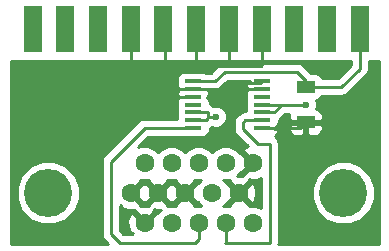
<source format=gbl>
G04 #@! TF.FileFunction,Copper,L2,Bot,Signal*
%FSLAX46Y46*%
G04 Gerber Fmt 4.6, Leading zero omitted, Abs format (unit mm)*
G04 Created by KiCad (PCBNEW 4.0.7) date 01/07/18 23:21:39*
%MOMM*%
%LPD*%
G01*
G04 APERTURE LIST*
%ADD10C,0.100000*%
%ADD11R,1.473200X0.355600*%
%ADD12R,1.600000X1.000000*%
%ADD13R,1.500000X4.000000*%
%ADD14C,4.064000*%
%ADD15C,1.600200*%
%ADD16C,0.600000*%
%ADD17C,0.250000*%
%ADD18C,0.254000*%
G04 APERTURE END LIST*
D10*
D11*
X154559000Y-89738200D03*
X154559000Y-90398600D03*
X154559000Y-91033600D03*
X154559000Y-91694000D03*
X154559000Y-92354400D03*
X154559000Y-92989400D03*
X154559000Y-93649800D03*
X148717000Y-93649800D03*
X148717000Y-92989400D03*
X148717000Y-92354400D03*
X148717000Y-91694000D03*
X148717000Y-91033600D03*
X148717000Y-90398600D03*
X148717000Y-89738200D03*
D12*
X158242000Y-90194000D03*
X158242000Y-93194000D03*
D13*
X135120000Y-85310000D03*
X137890000Y-85310000D03*
X140660000Y-85310000D03*
X143430000Y-85310000D03*
X146200000Y-85310000D03*
X148970000Y-85310000D03*
X151740000Y-85310000D03*
X154510000Y-85310000D03*
X157280000Y-85310000D03*
X160050000Y-85310000D03*
X162820000Y-85310000D03*
D14*
X136430660Y-99170000D03*
X161429340Y-99170000D03*
D15*
X153760000Y-101710000D03*
X152615000Y-99170000D03*
X151470000Y-101710000D03*
X149180000Y-101710000D03*
X146890000Y-101710000D03*
X144600000Y-101710000D03*
X150325000Y-99170000D03*
X148035000Y-99170000D03*
X145745000Y-99170000D03*
X143455000Y-99170000D03*
X153760000Y-96630000D03*
X151470000Y-96630000D03*
X149180000Y-96630000D03*
X146890000Y-96630000D03*
X144600000Y-96630000D03*
D16*
X141732000Y-92710000D03*
X157226000Y-99314000D03*
X150622000Y-92710000D03*
X158242000Y-91694000D03*
D17*
X148717000Y-89738200D02*
X150545800Y-89738200D01*
X158242000Y-89662000D02*
X158242000Y-90194000D01*
X157480000Y-88900000D02*
X158242000Y-89662000D01*
X151384000Y-88900000D02*
X157480000Y-88900000D01*
X150545800Y-89738200D02*
X151384000Y-88900000D01*
X162820000Y-85310000D02*
X162820000Y-88640000D01*
X161266000Y-90194000D02*
X158242000Y-90194000D01*
X162820000Y-88640000D02*
X161266000Y-90194000D01*
X154559000Y-93649800D02*
X157786200Y-93649800D01*
X157786200Y-93649800D02*
X158242000Y-93194000D01*
X154559000Y-90398600D02*
X153187400Y-90398600D01*
X152908000Y-89916000D02*
X152908000Y-89865200D01*
X152857200Y-89865200D02*
X152908000Y-89916000D01*
X152654000Y-89865200D02*
X152857200Y-89865200D01*
X153187400Y-90398600D02*
X152654000Y-89865200D01*
X146290000Y-90170000D02*
X146290000Y-92188000D01*
X145768000Y-92710000D02*
X141732000Y-92710000D01*
X146290000Y-92188000D02*
X145768000Y-92710000D01*
X151740000Y-85310000D02*
X151740000Y-88392000D01*
X151740000Y-88392000D02*
X151638000Y-88392000D01*
X148970000Y-85310000D02*
X148970000Y-88392000D01*
X148970000Y-88392000D02*
X148844000Y-88392000D01*
X146290000Y-88392000D02*
X148844000Y-88392000D01*
X148844000Y-88392000D02*
X151638000Y-88392000D01*
X151638000Y-88392000D02*
X154432000Y-88392000D01*
X154432000Y-88392000D02*
X154510000Y-88314000D01*
X154510000Y-88314000D02*
X154510000Y-85310000D01*
X148717000Y-90398600D02*
X150850600Y-90398600D01*
X150850600Y-90398600D02*
X151384000Y-89865200D01*
X151384000Y-89865200D02*
X151638000Y-89865200D01*
X151638000Y-89865200D02*
X152908000Y-89865200D01*
X152908000Y-89865200D02*
X154432000Y-89865200D01*
X154432000Y-89865200D02*
X154559000Y-89738200D01*
X158242000Y-98298000D02*
X158242000Y-93194000D01*
X157226000Y-99314000D02*
X158242000Y-98298000D01*
X146812000Y-90424000D02*
X146812000Y-90398600D01*
X146837400Y-90398600D02*
X146812000Y-90424000D01*
X147472400Y-91033600D02*
X146837400Y-90398600D01*
X148717000Y-91033600D02*
X147472400Y-91033600D01*
X146812000Y-90398600D02*
X146329400Y-90398600D01*
X148717000Y-90398600D02*
X146812000Y-90398600D01*
X146290000Y-90359200D02*
X146290000Y-90170000D01*
X146290000Y-90170000D02*
X146290000Y-88770000D01*
X146329400Y-90398600D02*
X146290000Y-90359200D01*
X148960000Y-85320000D02*
X148970000Y-85310000D01*
X146290000Y-88800000D02*
X146290000Y-88770000D01*
X146290000Y-88770000D02*
X146290000Y-88392000D01*
X146290000Y-88392000D02*
X146290000Y-85400000D01*
X146290000Y-85400000D02*
X146200000Y-85310000D01*
X143430000Y-88790000D02*
X143430000Y-85310000D01*
X143420000Y-88800000D02*
X143430000Y-88790000D01*
X146290000Y-88800000D02*
X143420000Y-88800000D01*
X149961600Y-92710000D02*
X150622000Y-92710000D01*
X149961600Y-92354400D02*
X149961600Y-92710000D01*
X149961600Y-92710000D02*
X149961600Y-92862400D01*
X149834600Y-92989400D02*
X148717000Y-92989400D01*
X149961600Y-92862400D02*
X149834600Y-92989400D01*
X148717000Y-92354400D02*
X149961600Y-92354400D01*
X154559000Y-92354400D02*
X155549600Y-92354400D01*
X155549600Y-92354400D02*
X156210000Y-91694000D01*
X154559000Y-91694000D02*
X156210000Y-91694000D01*
X156210000Y-91694000D02*
X158242000Y-91694000D01*
X154559000Y-92989400D02*
X153136600Y-92989400D01*
X151470000Y-103292000D02*
X151470000Y-101710000D01*
X151384000Y-103378000D02*
X151470000Y-103292000D01*
X155194000Y-103378000D02*
X151384000Y-103378000D01*
X155194000Y-94996000D02*
X155194000Y-103378000D01*
X154178000Y-94996000D02*
X155194000Y-94996000D01*
X152908000Y-93726000D02*
X154178000Y-94996000D01*
X152908000Y-93218000D02*
X152908000Y-93726000D01*
X153136600Y-92989400D02*
X152908000Y-93218000D01*
X149180000Y-101710000D02*
X149180000Y-103042000D01*
X144602200Y-93649800D02*
X148717000Y-93649800D01*
X141732000Y-96520000D02*
X144602200Y-93649800D01*
X141732000Y-102616000D02*
X141732000Y-96520000D01*
X142494000Y-103378000D02*
X141732000Y-102616000D01*
X148844000Y-103378000D02*
X142494000Y-103378000D01*
X149180000Y-103042000D02*
X148844000Y-103378000D01*
D18*
G36*
X164415000Y-103455000D02*
X155938684Y-103455000D01*
X155954000Y-103378000D01*
X155954000Y-99698172D01*
X158761878Y-99698172D01*
X159167049Y-100678761D01*
X159916633Y-101429655D01*
X160896513Y-101836536D01*
X161957512Y-101837462D01*
X162938101Y-101432291D01*
X163688995Y-100682707D01*
X164095876Y-99702827D01*
X164096802Y-98641828D01*
X163691631Y-97661239D01*
X162942047Y-96910345D01*
X161962167Y-96503464D01*
X160901168Y-96502538D01*
X159920579Y-96907709D01*
X159169685Y-97657293D01*
X158762804Y-98637173D01*
X158761878Y-99698172D01*
X155954000Y-99698172D01*
X155954000Y-94996000D01*
X155896148Y-94705161D01*
X155731401Y-94458599D01*
X155616660Y-94381932D01*
X155655298Y-94365927D01*
X155833927Y-94187299D01*
X155930600Y-93953910D01*
X155930600Y-93897450D01*
X155771850Y-93738700D01*
X155580121Y-93738700D01*
X155747041Y-93631290D01*
X155845371Y-93487379D01*
X155853000Y-93479750D01*
X156807000Y-93479750D01*
X156807000Y-93820309D01*
X156903673Y-94053698D01*
X157082301Y-94232327D01*
X157315690Y-94329000D01*
X157956250Y-94329000D01*
X158115000Y-94170250D01*
X158115000Y-93321000D01*
X158369000Y-93321000D01*
X158369000Y-94170250D01*
X158527750Y-94329000D01*
X159168310Y-94329000D01*
X159401699Y-94232327D01*
X159580327Y-94053698D01*
X159677000Y-93820309D01*
X159677000Y-93479750D01*
X159518250Y-93321000D01*
X158369000Y-93321000D01*
X158115000Y-93321000D01*
X156965750Y-93321000D01*
X156807000Y-93479750D01*
X155853000Y-93479750D01*
X155930600Y-93402150D01*
X155930600Y-93345690D01*
X155914679Y-93307253D01*
X155943040Y-93167200D01*
X155943040Y-92987992D01*
X156087001Y-92891801D01*
X156524802Y-92454000D01*
X156854092Y-92454000D01*
X156807000Y-92567691D01*
X156807000Y-92908250D01*
X156965750Y-93067000D01*
X158115000Y-93067000D01*
X158115000Y-93047000D01*
X158369000Y-93047000D01*
X158369000Y-93067000D01*
X159518250Y-93067000D01*
X159677000Y-92908250D01*
X159677000Y-92567691D01*
X159580327Y-92334302D01*
X159401699Y-92155673D01*
X159168310Y-92059000D01*
X159102842Y-92059000D01*
X159176838Y-91880799D01*
X159177162Y-91508833D01*
X159103236Y-91329918D01*
X159277317Y-91297162D01*
X159493441Y-91158090D01*
X159632890Y-90954000D01*
X161266000Y-90954000D01*
X161556839Y-90896148D01*
X161803401Y-90731401D01*
X163357401Y-89177401D01*
X163522148Y-88930839D01*
X163580000Y-88640000D01*
X163580000Y-88011000D01*
X164415000Y-88011000D01*
X164415000Y-103455000D01*
X164415000Y-103455000D01*
G37*
X164415000Y-103455000D02*
X155938684Y-103455000D01*
X155954000Y-103378000D01*
X155954000Y-99698172D01*
X158761878Y-99698172D01*
X159167049Y-100678761D01*
X159916633Y-101429655D01*
X160896513Y-101836536D01*
X161957512Y-101837462D01*
X162938101Y-101432291D01*
X163688995Y-100682707D01*
X164095876Y-99702827D01*
X164096802Y-98641828D01*
X163691631Y-97661239D01*
X162942047Y-96910345D01*
X161962167Y-96503464D01*
X160901168Y-96502538D01*
X159920579Y-96907709D01*
X159169685Y-97657293D01*
X158762804Y-98637173D01*
X158761878Y-99698172D01*
X155954000Y-99698172D01*
X155954000Y-94996000D01*
X155896148Y-94705161D01*
X155731401Y-94458599D01*
X155616660Y-94381932D01*
X155655298Y-94365927D01*
X155833927Y-94187299D01*
X155930600Y-93953910D01*
X155930600Y-93897450D01*
X155771850Y-93738700D01*
X155580121Y-93738700D01*
X155747041Y-93631290D01*
X155845371Y-93487379D01*
X155853000Y-93479750D01*
X156807000Y-93479750D01*
X156807000Y-93820309D01*
X156903673Y-94053698D01*
X157082301Y-94232327D01*
X157315690Y-94329000D01*
X157956250Y-94329000D01*
X158115000Y-94170250D01*
X158115000Y-93321000D01*
X158369000Y-93321000D01*
X158369000Y-94170250D01*
X158527750Y-94329000D01*
X159168310Y-94329000D01*
X159401699Y-94232327D01*
X159580327Y-94053698D01*
X159677000Y-93820309D01*
X159677000Y-93479750D01*
X159518250Y-93321000D01*
X158369000Y-93321000D01*
X158115000Y-93321000D01*
X156965750Y-93321000D01*
X156807000Y-93479750D01*
X155853000Y-93479750D01*
X155930600Y-93402150D01*
X155930600Y-93345690D01*
X155914679Y-93307253D01*
X155943040Y-93167200D01*
X155943040Y-92987992D01*
X156087001Y-92891801D01*
X156524802Y-92454000D01*
X156854092Y-92454000D01*
X156807000Y-92567691D01*
X156807000Y-92908250D01*
X156965750Y-93067000D01*
X158115000Y-93067000D01*
X158115000Y-93047000D01*
X158369000Y-93047000D01*
X158369000Y-93067000D01*
X159518250Y-93067000D01*
X159677000Y-92908250D01*
X159677000Y-92567691D01*
X159580327Y-92334302D01*
X159401699Y-92155673D01*
X159168310Y-92059000D01*
X159102842Y-92059000D01*
X159176838Y-91880799D01*
X159177162Y-91508833D01*
X159103236Y-91329918D01*
X159277317Y-91297162D01*
X159493441Y-91158090D01*
X159632890Y-90954000D01*
X161266000Y-90954000D01*
X161556839Y-90896148D01*
X161803401Y-90731401D01*
X163357401Y-89177401D01*
X163522148Y-88930839D01*
X163580000Y-88640000D01*
X163580000Y-88011000D01*
X164415000Y-88011000D01*
X164415000Y-103455000D01*
G36*
X162060000Y-88325198D02*
X160951198Y-89434000D01*
X159629279Y-89434000D01*
X159506090Y-89242559D01*
X159293890Y-89097569D01*
X159042000Y-89046560D01*
X158701362Y-89046560D01*
X158017401Y-88362599D01*
X157770839Y-88197852D01*
X157480000Y-88140000D01*
X151384000Y-88140000D01*
X151093161Y-88197852D01*
X150846599Y-88362599D01*
X150230998Y-88978200D01*
X149726318Y-88978200D01*
X149705490Y-88963969D01*
X149453600Y-88912960D01*
X147980400Y-88912960D01*
X147745083Y-88957238D01*
X147528959Y-89096310D01*
X147383969Y-89308510D01*
X147332960Y-89560400D01*
X147332960Y-89916000D01*
X147359940Y-90059387D01*
X147345400Y-90094490D01*
X147345400Y-90150950D01*
X147434040Y-90239590D01*
X147516310Y-90367441D01*
X147548642Y-90389533D01*
X147442073Y-90496101D01*
X147404260Y-90587390D01*
X147345400Y-90646250D01*
X147345400Y-90702710D01*
X147350946Y-90716100D01*
X147345400Y-90729490D01*
X147345400Y-90785950D01*
X147404260Y-90844810D01*
X147442073Y-90936099D01*
X147546681Y-91040706D01*
X147528959Y-91052110D01*
X147430629Y-91196021D01*
X147345400Y-91281250D01*
X147345400Y-91337710D01*
X147361321Y-91376147D01*
X147332960Y-91516200D01*
X147332960Y-91871800D01*
X147362689Y-92029795D01*
X147332960Y-92176600D01*
X147332960Y-92532200D01*
X147360211Y-92677029D01*
X147332960Y-92811600D01*
X147332960Y-92889800D01*
X144602200Y-92889800D01*
X144311361Y-92947652D01*
X144064799Y-93112399D01*
X141194599Y-95982599D01*
X141029852Y-96229161D01*
X140972000Y-96520000D01*
X140972000Y-102616000D01*
X141029852Y-102906839D01*
X141194599Y-103153401D01*
X141496198Y-103455000D01*
X133273000Y-103455000D01*
X133273000Y-99698172D01*
X133763198Y-99698172D01*
X134168369Y-100678761D01*
X134917953Y-101429655D01*
X135897833Y-101836536D01*
X136958832Y-101837462D01*
X137939421Y-101432291D01*
X138690315Y-100682707D01*
X139097196Y-99702827D01*
X139098122Y-98641828D01*
X138692951Y-97661239D01*
X137943367Y-96910345D01*
X136963487Y-96503464D01*
X135902488Y-96502538D01*
X134921899Y-96907709D01*
X134171005Y-97657293D01*
X133764124Y-98637173D01*
X133763198Y-99698172D01*
X133273000Y-99698172D01*
X133273000Y-88011000D01*
X162060000Y-88011000D01*
X162060000Y-88325198D01*
X162060000Y-88325198D01*
G37*
X162060000Y-88325198D02*
X160951198Y-89434000D01*
X159629279Y-89434000D01*
X159506090Y-89242559D01*
X159293890Y-89097569D01*
X159042000Y-89046560D01*
X158701362Y-89046560D01*
X158017401Y-88362599D01*
X157770839Y-88197852D01*
X157480000Y-88140000D01*
X151384000Y-88140000D01*
X151093161Y-88197852D01*
X150846599Y-88362599D01*
X150230998Y-88978200D01*
X149726318Y-88978200D01*
X149705490Y-88963969D01*
X149453600Y-88912960D01*
X147980400Y-88912960D01*
X147745083Y-88957238D01*
X147528959Y-89096310D01*
X147383969Y-89308510D01*
X147332960Y-89560400D01*
X147332960Y-89916000D01*
X147359940Y-90059387D01*
X147345400Y-90094490D01*
X147345400Y-90150950D01*
X147434040Y-90239590D01*
X147516310Y-90367441D01*
X147548642Y-90389533D01*
X147442073Y-90496101D01*
X147404260Y-90587390D01*
X147345400Y-90646250D01*
X147345400Y-90702710D01*
X147350946Y-90716100D01*
X147345400Y-90729490D01*
X147345400Y-90785950D01*
X147404260Y-90844810D01*
X147442073Y-90936099D01*
X147546681Y-91040706D01*
X147528959Y-91052110D01*
X147430629Y-91196021D01*
X147345400Y-91281250D01*
X147345400Y-91337710D01*
X147361321Y-91376147D01*
X147332960Y-91516200D01*
X147332960Y-91871800D01*
X147362689Y-92029795D01*
X147332960Y-92176600D01*
X147332960Y-92532200D01*
X147360211Y-92677029D01*
X147332960Y-92811600D01*
X147332960Y-92889800D01*
X144602200Y-92889800D01*
X144311361Y-92947652D01*
X144064799Y-93112399D01*
X141194599Y-95982599D01*
X141029852Y-96229161D01*
X140972000Y-96520000D01*
X140972000Y-102616000D01*
X141029852Y-102906839D01*
X141194599Y-103153401D01*
X141496198Y-103455000D01*
X133273000Y-103455000D01*
X133273000Y-99698172D01*
X133763198Y-99698172D01*
X134168369Y-100678761D01*
X134917953Y-101429655D01*
X135897833Y-101836536D01*
X136958832Y-101837462D01*
X137939421Y-101432291D01*
X138690315Y-100682707D01*
X139097196Y-99702827D01*
X139098122Y-98641828D01*
X138692951Y-97661239D01*
X137943367Y-96910345D01*
X136963487Y-96503464D01*
X135902488Y-96502538D01*
X134921899Y-96907709D01*
X134171005Y-97657293D01*
X133764124Y-98637173D01*
X133763198Y-99698172D01*
X133273000Y-99698172D01*
X133273000Y-88011000D01*
X162060000Y-88011000D01*
X162060000Y-88325198D01*
G36*
X142700935Y-100423947D02*
X143238200Y-100617064D01*
X143805578Y-100590017D01*
X143771788Y-100702183D01*
X144600000Y-101530395D01*
X145428212Y-100702183D01*
X145387314Y-100566423D01*
X145528200Y-100617064D01*
X145974864Y-100595771D01*
X145674091Y-100896020D01*
X145671975Y-100901116D01*
X145607817Y-100881788D01*
X144779605Y-101710000D01*
X144793748Y-101724143D01*
X144614143Y-101903748D01*
X144600000Y-101889605D01*
X144585858Y-101903748D01*
X144406253Y-101724143D01*
X144420395Y-101710000D01*
X143592183Y-100881788D01*
X143346053Y-100955935D01*
X143152936Y-101493200D01*
X143180121Y-102063470D01*
X143346053Y-102464065D01*
X143592181Y-102538211D01*
X143512392Y-102618000D01*
X142808802Y-102618000D01*
X142492000Y-102301198D01*
X142492000Y-100272780D01*
X142511914Y-100292694D01*
X142626789Y-100177819D01*
X142700935Y-100423947D01*
X142700935Y-100423947D01*
G37*
X142700935Y-100423947D02*
X143238200Y-100617064D01*
X143805578Y-100590017D01*
X143771788Y-100702183D01*
X144600000Y-101530395D01*
X145428212Y-100702183D01*
X145387314Y-100566423D01*
X145528200Y-100617064D01*
X145974864Y-100595771D01*
X145674091Y-100896020D01*
X145671975Y-100901116D01*
X145607817Y-100881788D01*
X144779605Y-101710000D01*
X144793748Y-101724143D01*
X144614143Y-101903748D01*
X144600000Y-101889605D01*
X144585858Y-101903748D01*
X144406253Y-101724143D01*
X144420395Y-101710000D01*
X143592183Y-100881788D01*
X143346053Y-100955935D01*
X143152936Y-101493200D01*
X143180121Y-102063470D01*
X143346053Y-102464065D01*
X143592181Y-102538211D01*
X143512392Y-102618000D01*
X142808802Y-102618000D01*
X142492000Y-102301198D01*
X142492000Y-100272780D01*
X142511914Y-100292694D01*
X142626789Y-100177819D01*
X142700935Y-100423947D01*
G36*
X154434000Y-100435966D02*
X154046711Y-100275150D01*
X153475793Y-100274652D01*
X153405261Y-100303795D01*
X153443212Y-100177817D01*
X152615000Y-99349605D01*
X151786788Y-100177817D01*
X151824602Y-100303341D01*
X151756711Y-100275150D01*
X151249674Y-100274708D01*
X151540909Y-99983980D01*
X151543025Y-99978884D01*
X151607183Y-99998212D01*
X152435395Y-99170000D01*
X152794605Y-99170000D01*
X153622817Y-99998212D01*
X153868947Y-99924065D01*
X154062064Y-99386800D01*
X154034879Y-98816530D01*
X153868947Y-98415935D01*
X153622817Y-98341788D01*
X152794605Y-99170000D01*
X152435395Y-99170000D01*
X151607183Y-98341788D01*
X151543497Y-98360973D01*
X151542328Y-98358143D01*
X151249604Y-98064908D01*
X151754207Y-98065348D01*
X151824739Y-98036205D01*
X151786788Y-98162183D01*
X152615000Y-98990395D01*
X153443212Y-98162183D01*
X153402314Y-98026423D01*
X153543200Y-98077064D01*
X154113470Y-98049879D01*
X154434000Y-97917111D01*
X154434000Y-100435966D01*
X154434000Y-100435966D01*
G37*
X154434000Y-100435966D02*
X154046711Y-100275150D01*
X153475793Y-100274652D01*
X153405261Y-100303795D01*
X153443212Y-100177817D01*
X152615000Y-99349605D01*
X151786788Y-100177817D01*
X151824602Y-100303341D01*
X151756711Y-100275150D01*
X151249674Y-100274708D01*
X151540909Y-99983980D01*
X151543025Y-99978884D01*
X151607183Y-99998212D01*
X152435395Y-99170000D01*
X152794605Y-99170000D01*
X153622817Y-99998212D01*
X153868947Y-99924065D01*
X154062064Y-99386800D01*
X154034879Y-98816530D01*
X153868947Y-98415935D01*
X153622817Y-98341788D01*
X152794605Y-99170000D01*
X152435395Y-99170000D01*
X151607183Y-98341788D01*
X151543497Y-98360973D01*
X151542328Y-98358143D01*
X151249604Y-98064908D01*
X151754207Y-98065348D01*
X151824739Y-98036205D01*
X151786788Y-98162183D01*
X152615000Y-98990395D01*
X153443212Y-98162183D01*
X153402314Y-98026423D01*
X153543200Y-98077064D01*
X154113470Y-98049879D01*
X154434000Y-97917111D01*
X154434000Y-100435966D01*
G36*
X147206788Y-98162183D02*
X148035000Y-98990395D01*
X148863212Y-98162183D01*
X148825398Y-98036659D01*
X148893289Y-98064850D01*
X149400326Y-98065292D01*
X149109091Y-98356020D01*
X149106975Y-98361116D01*
X149042817Y-98341788D01*
X148214605Y-99170000D01*
X149042817Y-99998212D01*
X149106503Y-99979027D01*
X149107672Y-99981857D01*
X149400396Y-100275092D01*
X148895793Y-100274652D01*
X148825261Y-100303795D01*
X148863212Y-100177817D01*
X148035000Y-99349605D01*
X147206788Y-100177817D01*
X147244602Y-100303341D01*
X147176711Y-100275150D01*
X146605793Y-100274652D01*
X146535261Y-100303795D01*
X146573212Y-100177817D01*
X145745000Y-99349605D01*
X144916788Y-100177817D01*
X144957686Y-100313577D01*
X144816800Y-100262936D01*
X144249422Y-100289983D01*
X144283212Y-100177817D01*
X143455000Y-99349605D01*
X143440858Y-99363748D01*
X143261253Y-99184143D01*
X143275395Y-99170000D01*
X143634605Y-99170000D01*
X144462817Y-99998212D01*
X144600000Y-99956885D01*
X144737183Y-99998212D01*
X145565395Y-99170000D01*
X145924605Y-99170000D01*
X146752817Y-99998212D01*
X146890000Y-99956885D01*
X147027183Y-99998212D01*
X147855395Y-99170000D01*
X147027183Y-98341788D01*
X146890000Y-98383115D01*
X146752817Y-98341788D01*
X145924605Y-99170000D01*
X145565395Y-99170000D01*
X144737183Y-98341788D01*
X144600000Y-98383115D01*
X144462817Y-98341788D01*
X143634605Y-99170000D01*
X143275395Y-99170000D01*
X143261253Y-99155858D01*
X143440858Y-98976253D01*
X143455000Y-98990395D01*
X144283212Y-98162183D01*
X144245398Y-98036659D01*
X144313289Y-98064850D01*
X144884207Y-98065348D01*
X144954739Y-98036205D01*
X144916788Y-98162183D01*
X145745000Y-98990395D01*
X146573212Y-98162183D01*
X146535398Y-98036659D01*
X146603289Y-98064850D01*
X147174207Y-98065348D01*
X147244739Y-98036205D01*
X147206788Y-98162183D01*
X147206788Y-98162183D01*
G37*
X147206788Y-98162183D02*
X148035000Y-98990395D01*
X148863212Y-98162183D01*
X148825398Y-98036659D01*
X148893289Y-98064850D01*
X149400326Y-98065292D01*
X149109091Y-98356020D01*
X149106975Y-98361116D01*
X149042817Y-98341788D01*
X148214605Y-99170000D01*
X149042817Y-99998212D01*
X149106503Y-99979027D01*
X149107672Y-99981857D01*
X149400396Y-100275092D01*
X148895793Y-100274652D01*
X148825261Y-100303795D01*
X148863212Y-100177817D01*
X148035000Y-99349605D01*
X147206788Y-100177817D01*
X147244602Y-100303341D01*
X147176711Y-100275150D01*
X146605793Y-100274652D01*
X146535261Y-100303795D01*
X146573212Y-100177817D01*
X145745000Y-99349605D01*
X144916788Y-100177817D01*
X144957686Y-100313577D01*
X144816800Y-100262936D01*
X144249422Y-100289983D01*
X144283212Y-100177817D01*
X143455000Y-99349605D01*
X143440858Y-99363748D01*
X143261253Y-99184143D01*
X143275395Y-99170000D01*
X143634605Y-99170000D01*
X144462817Y-99998212D01*
X144600000Y-99956885D01*
X144737183Y-99998212D01*
X145565395Y-99170000D01*
X145924605Y-99170000D01*
X146752817Y-99998212D01*
X146890000Y-99956885D01*
X147027183Y-99998212D01*
X147855395Y-99170000D01*
X147027183Y-98341788D01*
X146890000Y-98383115D01*
X146752817Y-98341788D01*
X145924605Y-99170000D01*
X145565395Y-99170000D01*
X144737183Y-98341788D01*
X144600000Y-98383115D01*
X144462817Y-98341788D01*
X143634605Y-99170000D01*
X143275395Y-99170000D01*
X143261253Y-99155858D01*
X143440858Y-98976253D01*
X143455000Y-98990395D01*
X144283212Y-98162183D01*
X144245398Y-98036659D01*
X144313289Y-98064850D01*
X144884207Y-98065348D01*
X144954739Y-98036205D01*
X144916788Y-98162183D01*
X145745000Y-98990395D01*
X146573212Y-98162183D01*
X146535398Y-98036659D01*
X146603289Y-98064850D01*
X147174207Y-98065348D01*
X147244739Y-98036205D01*
X147206788Y-98162183D01*
G36*
X153462702Y-89682473D02*
X153284073Y-89861101D01*
X153264220Y-89909030D01*
X153187400Y-89985850D01*
X153187400Y-90042310D01*
X153198207Y-90068400D01*
X153187400Y-90094490D01*
X153187400Y-90150950D01*
X153264220Y-90227770D01*
X153284073Y-90275699D01*
X153388681Y-90380306D01*
X153370959Y-90391710D01*
X153225969Y-90603910D01*
X153225011Y-90608639D01*
X153187400Y-90646250D01*
X153187400Y-90702710D01*
X153199867Y-90732807D01*
X153174960Y-90855800D01*
X153174960Y-91211400D01*
X153204689Y-91369395D01*
X153174960Y-91516200D01*
X153174960Y-91871800D01*
X153204689Y-92029795D01*
X153174960Y-92176600D01*
X153174960Y-92229400D01*
X153136600Y-92229400D01*
X152845760Y-92287252D01*
X152599199Y-92451999D01*
X152370599Y-92680599D01*
X152205852Y-92927161D01*
X152148000Y-93218000D01*
X152148000Y-93726000D01*
X152205852Y-94016839D01*
X152370599Y-94263401D01*
X153343448Y-95236250D01*
X153005935Y-95376053D01*
X152931788Y-95622183D01*
X153760000Y-96450395D01*
X153774143Y-96436253D01*
X153953748Y-96615858D01*
X153939605Y-96630000D01*
X153953748Y-96644143D01*
X153774143Y-96823748D01*
X153760000Y-96809605D01*
X152931788Y-97637817D01*
X152972686Y-97773577D01*
X152831800Y-97722936D01*
X152385136Y-97744229D01*
X152685909Y-97443980D01*
X152688025Y-97438884D01*
X152752183Y-97458212D01*
X153580395Y-96630000D01*
X152752183Y-95801788D01*
X152688497Y-95820973D01*
X152687328Y-95818143D01*
X152283980Y-95414091D01*
X151756711Y-95195150D01*
X151185793Y-95194652D01*
X150658143Y-95412672D01*
X150324773Y-95745461D01*
X149993980Y-95414091D01*
X149466711Y-95195150D01*
X148895793Y-95194652D01*
X148368143Y-95412672D01*
X148034773Y-95745461D01*
X147703980Y-95414091D01*
X147176711Y-95195150D01*
X146605793Y-95194652D01*
X146078143Y-95412672D01*
X145744773Y-95745461D01*
X145413980Y-95414091D01*
X144886711Y-95195150D01*
X144315793Y-95194652D01*
X144002841Y-95323961D01*
X144917002Y-94409800D01*
X147707682Y-94409800D01*
X147728510Y-94424031D01*
X147980400Y-94475040D01*
X149453600Y-94475040D01*
X149688917Y-94430762D01*
X149905041Y-94291690D01*
X150050031Y-94079490D01*
X150101040Y-93827600D01*
X150101040Y-93696401D01*
X150125439Y-93691548D01*
X150287275Y-93583413D01*
X150435201Y-93644838D01*
X150807167Y-93645162D01*
X151150943Y-93503117D01*
X151414192Y-93240327D01*
X151556838Y-92896799D01*
X151557162Y-92524833D01*
X151415117Y-92181057D01*
X151152327Y-91917808D01*
X150808799Y-91775162D01*
X150436833Y-91774838D01*
X150436258Y-91775076D01*
X150252439Y-91652252D01*
X150101040Y-91622137D01*
X150101040Y-91516200D01*
X150074060Y-91372813D01*
X150088600Y-91337710D01*
X150088600Y-91281250D01*
X149999960Y-91192610D01*
X149917690Y-91064759D01*
X149885358Y-91042667D01*
X149991927Y-90936099D01*
X150029740Y-90844810D01*
X150088600Y-90785950D01*
X150088600Y-90729490D01*
X150083054Y-90716100D01*
X150088600Y-90702710D01*
X150088600Y-90646250D01*
X150029740Y-90587390D01*
X150004146Y-90525602D01*
X150088600Y-90525602D01*
X150088600Y-90498200D01*
X150545800Y-90498200D01*
X150836639Y-90440348D01*
X151083201Y-90275601D01*
X151698802Y-89660000D01*
X153516957Y-89660000D01*
X153462702Y-89682473D01*
X153462702Y-89682473D01*
G37*
X153462702Y-89682473D02*
X153284073Y-89861101D01*
X153264220Y-89909030D01*
X153187400Y-89985850D01*
X153187400Y-90042310D01*
X153198207Y-90068400D01*
X153187400Y-90094490D01*
X153187400Y-90150950D01*
X153264220Y-90227770D01*
X153284073Y-90275699D01*
X153388681Y-90380306D01*
X153370959Y-90391710D01*
X153225969Y-90603910D01*
X153225011Y-90608639D01*
X153187400Y-90646250D01*
X153187400Y-90702710D01*
X153199867Y-90732807D01*
X153174960Y-90855800D01*
X153174960Y-91211400D01*
X153204689Y-91369395D01*
X153174960Y-91516200D01*
X153174960Y-91871800D01*
X153204689Y-92029795D01*
X153174960Y-92176600D01*
X153174960Y-92229400D01*
X153136600Y-92229400D01*
X152845760Y-92287252D01*
X152599199Y-92451999D01*
X152370599Y-92680599D01*
X152205852Y-92927161D01*
X152148000Y-93218000D01*
X152148000Y-93726000D01*
X152205852Y-94016839D01*
X152370599Y-94263401D01*
X153343448Y-95236250D01*
X153005935Y-95376053D01*
X152931788Y-95622183D01*
X153760000Y-96450395D01*
X153774143Y-96436253D01*
X153953748Y-96615858D01*
X153939605Y-96630000D01*
X153953748Y-96644143D01*
X153774143Y-96823748D01*
X153760000Y-96809605D01*
X152931788Y-97637817D01*
X152972686Y-97773577D01*
X152831800Y-97722936D01*
X152385136Y-97744229D01*
X152685909Y-97443980D01*
X152688025Y-97438884D01*
X152752183Y-97458212D01*
X153580395Y-96630000D01*
X152752183Y-95801788D01*
X152688497Y-95820973D01*
X152687328Y-95818143D01*
X152283980Y-95414091D01*
X151756711Y-95195150D01*
X151185793Y-95194652D01*
X150658143Y-95412672D01*
X150324773Y-95745461D01*
X149993980Y-95414091D01*
X149466711Y-95195150D01*
X148895793Y-95194652D01*
X148368143Y-95412672D01*
X148034773Y-95745461D01*
X147703980Y-95414091D01*
X147176711Y-95195150D01*
X146605793Y-95194652D01*
X146078143Y-95412672D01*
X145744773Y-95745461D01*
X145413980Y-95414091D01*
X144886711Y-95195150D01*
X144315793Y-95194652D01*
X144002841Y-95323961D01*
X144917002Y-94409800D01*
X147707682Y-94409800D01*
X147728510Y-94424031D01*
X147980400Y-94475040D01*
X149453600Y-94475040D01*
X149688917Y-94430762D01*
X149905041Y-94291690D01*
X150050031Y-94079490D01*
X150101040Y-93827600D01*
X150101040Y-93696401D01*
X150125439Y-93691548D01*
X150287275Y-93583413D01*
X150435201Y-93644838D01*
X150807167Y-93645162D01*
X151150943Y-93503117D01*
X151414192Y-93240327D01*
X151556838Y-92896799D01*
X151557162Y-92524833D01*
X151415117Y-92181057D01*
X151152327Y-91917808D01*
X150808799Y-91775162D01*
X150436833Y-91774838D01*
X150436258Y-91775076D01*
X150252439Y-91652252D01*
X150101040Y-91622137D01*
X150101040Y-91516200D01*
X150074060Y-91372813D01*
X150088600Y-91337710D01*
X150088600Y-91281250D01*
X149999960Y-91192610D01*
X149917690Y-91064759D01*
X149885358Y-91042667D01*
X149991927Y-90936099D01*
X150029740Y-90844810D01*
X150088600Y-90785950D01*
X150088600Y-90729490D01*
X150083054Y-90716100D01*
X150088600Y-90702710D01*
X150088600Y-90646250D01*
X150029740Y-90587390D01*
X150004146Y-90525602D01*
X150088600Y-90525602D01*
X150088600Y-90498200D01*
X150545800Y-90498200D01*
X150836639Y-90440348D01*
X151083201Y-90275601D01*
X151698802Y-89660000D01*
X153516957Y-89660000D01*
X153462702Y-89682473D01*
M02*

</source>
